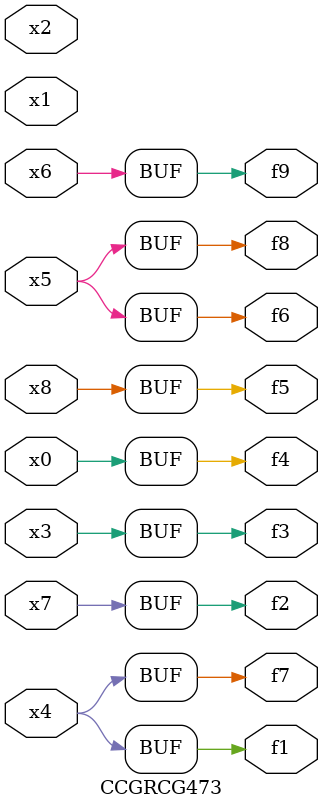
<source format=v>
module CCGRCG473(
	input x0, x1, x2, x3, x4, x5, x6, x7, x8,
	output f1, f2, f3, f4, f5, f6, f7, f8, f9
);
	assign f1 = x4;
	assign f2 = x7;
	assign f3 = x3;
	assign f4 = x0;
	assign f5 = x8;
	assign f6 = x5;
	assign f7 = x4;
	assign f8 = x5;
	assign f9 = x6;
endmodule

</source>
